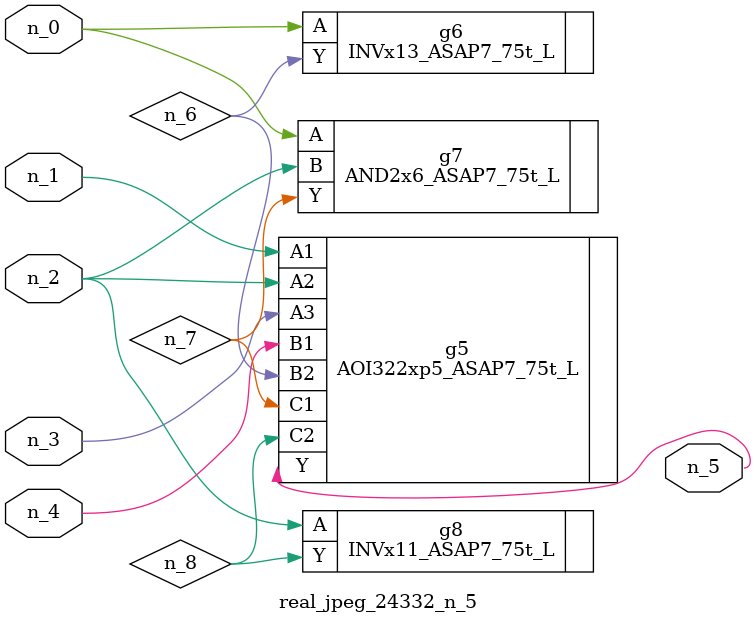
<source format=v>
module real_jpeg_24332_n_5 (n_4, n_0, n_1, n_2, n_3, n_5);

input n_4;
input n_0;
input n_1;
input n_2;
input n_3;

output n_5;

wire n_8;
wire n_6;
wire n_7;

INVx13_ASAP7_75t_L g6 ( 
.A(n_0),
.Y(n_6)
);

AND2x6_ASAP7_75t_L g7 ( 
.A(n_0),
.B(n_2),
.Y(n_7)
);

AOI322xp5_ASAP7_75t_L g5 ( 
.A1(n_1),
.A2(n_2),
.A3(n_3),
.B1(n_4),
.B2(n_6),
.C1(n_7),
.C2(n_8),
.Y(n_5)
);

INVx11_ASAP7_75t_L g8 ( 
.A(n_2),
.Y(n_8)
);


endmodule
</source>
